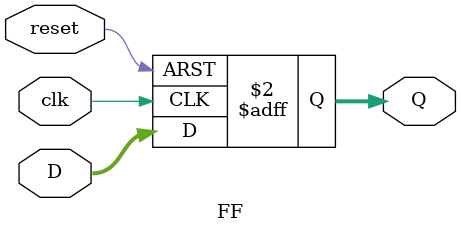
<source format=sv>
module FF #(parameter N = 2)
						(input logic clk, reset,
						input logic [N-1:0] D,
						output logic [N-1:0] Q);
		
						
		always_ff @(posedge clk, posedge reset)
		
		if (reset) Q <= 'b0; // <= no bloquea, si pongo = bloquea
		
		else Q <= D;
		

						
endmodule
</source>
